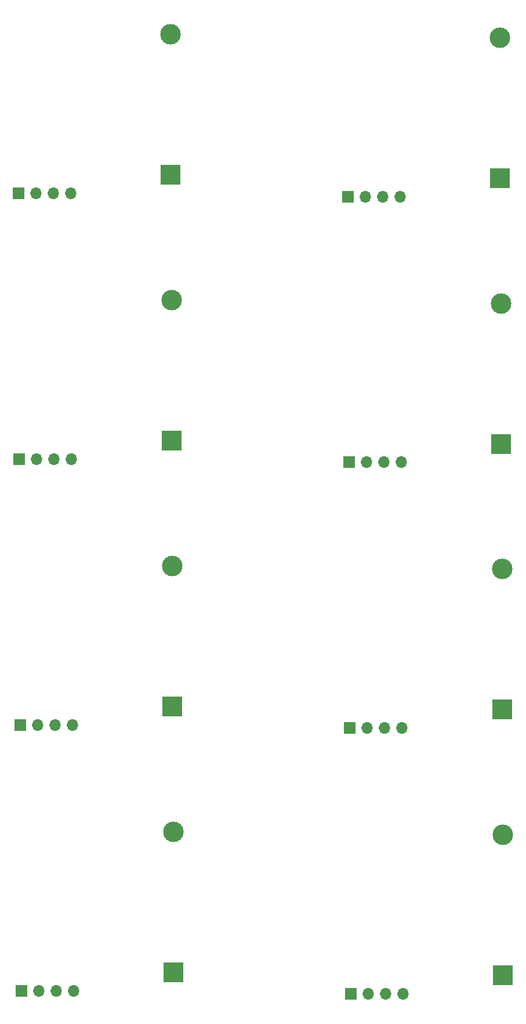
<source format=gbr>
%TF.GenerationSoftware,KiCad,Pcbnew,8.0.5*%
%TF.CreationDate,2024-12-11T00:22:58+01:00*%
%TF.ProjectId,rtc-module-kicad,7274632d-6d6f-4647-956c-652d6b696361,rev?*%
%TF.SameCoordinates,Original*%
%TF.FileFunction,Soldermask,Bot*%
%TF.FilePolarity,Negative*%
%FSLAX46Y46*%
G04 Gerber Fmt 4.6, Leading zero omitted, Abs format (unit mm)*
G04 Created by KiCad (PCBNEW 8.0.5) date 2024-12-11 00:22:58*
%MOMM*%
%LPD*%
G01*
G04 APERTURE LIST*
%ADD10R,3.000000X3.000000*%
%ADD11C,3.000000*%
%ADD12R,1.700000X1.700000*%
%ADD13O,1.700000X1.700000*%
G04 APERTURE END LIST*
D10*
%TO.C,J1*%
X95605599Y-98457601D03*
D11*
X95605599Y-77967601D03*
%TD*%
D12*
%TO.C,J2*%
X73406000Y-101142800D03*
D13*
X75946000Y-101142800D03*
X78486000Y-101142800D03*
X81026000Y-101142800D03*
%TD*%
D10*
%TO.C,J1*%
X95453199Y-59697201D03*
D11*
X95453199Y-39207201D03*
%TD*%
D12*
%TO.C,J2*%
X73253600Y-62382400D03*
D13*
X75793600Y-62382400D03*
X78333600Y-62382400D03*
X80873600Y-62382400D03*
%TD*%
D10*
%TO.C,J1*%
X143560799Y-60154401D03*
D11*
X143560799Y-39664401D03*
%TD*%
D12*
%TO.C,J2*%
X121513600Y-101600000D03*
D13*
X124053600Y-101600000D03*
X126593600Y-101600000D03*
X129133600Y-101600000D03*
%TD*%
D12*
%TO.C,J2*%
X121361200Y-62839600D03*
D13*
X123901200Y-62839600D03*
X126441200Y-62839600D03*
X128981200Y-62839600D03*
%TD*%
D10*
%TO.C,J1*%
X143713199Y-98914801D03*
D11*
X143713199Y-78424801D03*
%TD*%
D10*
%TO.C,J1*%
X95757999Y-137218001D03*
D11*
X95757999Y-116728001D03*
%TD*%
D12*
%TO.C,J2*%
X73558400Y-139903200D03*
D13*
X76098400Y-139903200D03*
X78638400Y-139903200D03*
X81178400Y-139903200D03*
%TD*%
D12*
%TO.C,J2*%
X121666000Y-140360400D03*
D13*
X124206000Y-140360400D03*
X126746000Y-140360400D03*
X129286000Y-140360400D03*
%TD*%
D10*
%TO.C,J1*%
X143865599Y-137675201D03*
D11*
X143865599Y-117185201D03*
%TD*%
D10*
%TO.C,J1*%
X144017999Y-176435601D03*
D11*
X144017999Y-155945601D03*
%TD*%
D12*
%TO.C,J2*%
X121818400Y-179120800D03*
D13*
X124358400Y-179120800D03*
X126898400Y-179120800D03*
X129438400Y-179120800D03*
%TD*%
%TO.C,J2*%
X81330800Y-178663600D03*
X78790800Y-178663600D03*
X76250800Y-178663600D03*
D12*
X73710800Y-178663600D03*
%TD*%
D11*
%TO.C,J1*%
X95910399Y-155488401D03*
D10*
X95910399Y-175978401D03*
%TD*%
M02*

</source>
